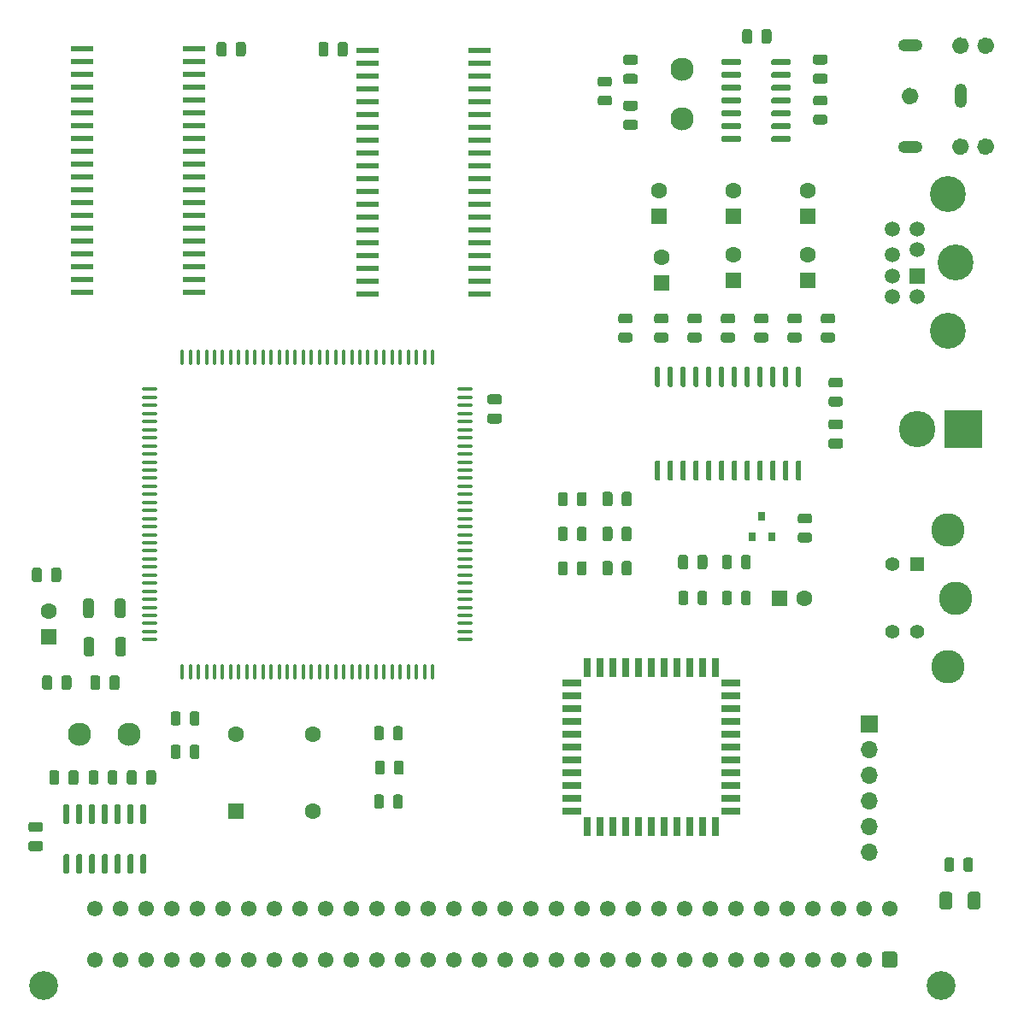
<source format=gts>
G04 #@! TF.GenerationSoftware,KiCad,Pcbnew,(5.1.10)-1*
G04 #@! TF.CreationDate,2021-07-30T10:38:07+01:00*
G04 #@! TF.ProjectId,GfxV9990,47667856-3939-4393-902e-6b696361645f,rev?*
G04 #@! TF.SameCoordinates,Original*
G04 #@! TF.FileFunction,Soldermask,Top*
G04 #@! TF.FilePolarity,Negative*
%FSLAX46Y46*%
G04 Gerber Fmt 4.6, Leading zero omitted, Abs format (unit mm)*
G04 Created by KiCad (PCBNEW (5.1.10)-1) date 2021-07-30 10:38:07*
%MOMM*%
%LPD*%
G01*
G04 APERTURE LIST*
%ADD10C,0.854000*%
%ADD11R,1.925000X0.700000*%
%ADD12R,0.700000X1.925000*%
%ADD13R,0.800000X0.900000*%
%ADD14C,3.555000*%
%ADD15C,1.509000*%
%ADD16R,1.509000X1.509000*%
%ADD17C,1.550000*%
%ADD18C,2.850000*%
%ADD19C,2.300000*%
%ADD20C,1.600000*%
%ADD21R,1.600000X1.600000*%
%ADD22R,2.200000X0.500000*%
%ADD23O,0.350000X1.600000*%
%ADD24O,1.600000X0.350000*%
%ADD25C,1.200000*%
%ADD26O,2.416000X1.208000*%
%ADD27O,1.208000X2.416000*%
%ADD28O,1.700000X1.700000*%
%ADD29R,1.700000X1.700000*%
%ADD30C,3.600000*%
%ADD31R,3.765000X3.765000*%
%ADD32C,3.306000*%
%ADD33C,1.398000*%
%ADD34R,1.398000X1.398000*%
G04 APERTURE END LIST*
D10*
X198677000Y-54250000D02*
G75*
G03*
X198677000Y-54250000I-427000J0D01*
G01*
X196177000Y-54250000D02*
G75*
G03*
X196177000Y-54250000I-427000J0D01*
G01*
X198677000Y-64250000D02*
G75*
G03*
X198677000Y-64250000I-427000J0D01*
G01*
X196177000Y-64250000D02*
G75*
G03*
X196177000Y-64250000I-427000J0D01*
G01*
X191177000Y-59250000D02*
G75*
G03*
X191177000Y-59250000I-427000J0D01*
G01*
G36*
G01*
X182913000Y-93160000D02*
X183863000Y-93160000D01*
G75*
G02*
X184113000Y-93410000I0J-250000D01*
G01*
X184113000Y-93910000D01*
G75*
G02*
X183863000Y-94160000I-250000J0D01*
G01*
X182913000Y-94160000D01*
G75*
G02*
X182663000Y-93910000I0J250000D01*
G01*
X182663000Y-93410000D01*
G75*
G02*
X182913000Y-93160000I250000J0D01*
G01*
G37*
G36*
G01*
X182913000Y-91260000D02*
X183863000Y-91260000D01*
G75*
G02*
X184113000Y-91510000I0J-250000D01*
G01*
X184113000Y-92010000D01*
G75*
G02*
X183863000Y-92260000I-250000J0D01*
G01*
X182913000Y-92260000D01*
G75*
G02*
X182663000Y-92010000I0J250000D01*
G01*
X182663000Y-91510000D01*
G75*
G02*
X182913000Y-91260000I250000J0D01*
G01*
G37*
G36*
G01*
X174014000Y-63350000D02*
X174014000Y-63650000D01*
G75*
G02*
X173864000Y-63800000I-150000J0D01*
G01*
X172214000Y-63800000D01*
G75*
G02*
X172064000Y-63650000I0J150000D01*
G01*
X172064000Y-63350000D01*
G75*
G02*
X172214000Y-63200000I150000J0D01*
G01*
X173864000Y-63200000D01*
G75*
G02*
X174014000Y-63350000I0J-150000D01*
G01*
G37*
G36*
G01*
X174014000Y-62080000D02*
X174014000Y-62380000D01*
G75*
G02*
X173864000Y-62530000I-150000J0D01*
G01*
X172214000Y-62530000D01*
G75*
G02*
X172064000Y-62380000I0J150000D01*
G01*
X172064000Y-62080000D01*
G75*
G02*
X172214000Y-61930000I150000J0D01*
G01*
X173864000Y-61930000D01*
G75*
G02*
X174014000Y-62080000I0J-150000D01*
G01*
G37*
G36*
G01*
X174014000Y-60810000D02*
X174014000Y-61110000D01*
G75*
G02*
X173864000Y-61260000I-150000J0D01*
G01*
X172214000Y-61260000D01*
G75*
G02*
X172064000Y-61110000I0J150000D01*
G01*
X172064000Y-60810000D01*
G75*
G02*
X172214000Y-60660000I150000J0D01*
G01*
X173864000Y-60660000D01*
G75*
G02*
X174014000Y-60810000I0J-150000D01*
G01*
G37*
G36*
G01*
X174014000Y-59540000D02*
X174014000Y-59840000D01*
G75*
G02*
X173864000Y-59990000I-150000J0D01*
G01*
X172214000Y-59990000D01*
G75*
G02*
X172064000Y-59840000I0J150000D01*
G01*
X172064000Y-59540000D01*
G75*
G02*
X172214000Y-59390000I150000J0D01*
G01*
X173864000Y-59390000D01*
G75*
G02*
X174014000Y-59540000I0J-150000D01*
G01*
G37*
G36*
G01*
X174014000Y-58270000D02*
X174014000Y-58570000D01*
G75*
G02*
X173864000Y-58720000I-150000J0D01*
G01*
X172214000Y-58720000D01*
G75*
G02*
X172064000Y-58570000I0J150000D01*
G01*
X172064000Y-58270000D01*
G75*
G02*
X172214000Y-58120000I150000J0D01*
G01*
X173864000Y-58120000D01*
G75*
G02*
X174014000Y-58270000I0J-150000D01*
G01*
G37*
G36*
G01*
X174014000Y-57000000D02*
X174014000Y-57300000D01*
G75*
G02*
X173864000Y-57450000I-150000J0D01*
G01*
X172214000Y-57450000D01*
G75*
G02*
X172064000Y-57300000I0J150000D01*
G01*
X172064000Y-57000000D01*
G75*
G02*
X172214000Y-56850000I150000J0D01*
G01*
X173864000Y-56850000D01*
G75*
G02*
X174014000Y-57000000I0J-150000D01*
G01*
G37*
G36*
G01*
X174014000Y-55730000D02*
X174014000Y-56030000D01*
G75*
G02*
X173864000Y-56180000I-150000J0D01*
G01*
X172214000Y-56180000D01*
G75*
G02*
X172064000Y-56030000I0J150000D01*
G01*
X172064000Y-55730000D01*
G75*
G02*
X172214000Y-55580000I150000J0D01*
G01*
X173864000Y-55580000D01*
G75*
G02*
X174014000Y-55730000I0J-150000D01*
G01*
G37*
G36*
G01*
X178964000Y-55730000D02*
X178964000Y-56030000D01*
G75*
G02*
X178814000Y-56180000I-150000J0D01*
G01*
X177164000Y-56180000D01*
G75*
G02*
X177014000Y-56030000I0J150000D01*
G01*
X177014000Y-55730000D01*
G75*
G02*
X177164000Y-55580000I150000J0D01*
G01*
X178814000Y-55580000D01*
G75*
G02*
X178964000Y-55730000I0J-150000D01*
G01*
G37*
G36*
G01*
X178964000Y-57000000D02*
X178964000Y-57300000D01*
G75*
G02*
X178814000Y-57450000I-150000J0D01*
G01*
X177164000Y-57450000D01*
G75*
G02*
X177014000Y-57300000I0J150000D01*
G01*
X177014000Y-57000000D01*
G75*
G02*
X177164000Y-56850000I150000J0D01*
G01*
X178814000Y-56850000D01*
G75*
G02*
X178964000Y-57000000I0J-150000D01*
G01*
G37*
G36*
G01*
X178964000Y-58270000D02*
X178964000Y-58570000D01*
G75*
G02*
X178814000Y-58720000I-150000J0D01*
G01*
X177164000Y-58720000D01*
G75*
G02*
X177014000Y-58570000I0J150000D01*
G01*
X177014000Y-58270000D01*
G75*
G02*
X177164000Y-58120000I150000J0D01*
G01*
X178814000Y-58120000D01*
G75*
G02*
X178964000Y-58270000I0J-150000D01*
G01*
G37*
G36*
G01*
X178964000Y-59540000D02*
X178964000Y-59840000D01*
G75*
G02*
X178814000Y-59990000I-150000J0D01*
G01*
X177164000Y-59990000D01*
G75*
G02*
X177014000Y-59840000I0J150000D01*
G01*
X177014000Y-59540000D01*
G75*
G02*
X177164000Y-59390000I150000J0D01*
G01*
X178814000Y-59390000D01*
G75*
G02*
X178964000Y-59540000I0J-150000D01*
G01*
G37*
G36*
G01*
X178964000Y-60810000D02*
X178964000Y-61110000D01*
G75*
G02*
X178814000Y-61260000I-150000J0D01*
G01*
X177164000Y-61260000D01*
G75*
G02*
X177014000Y-61110000I0J150000D01*
G01*
X177014000Y-60810000D01*
G75*
G02*
X177164000Y-60660000I150000J0D01*
G01*
X178814000Y-60660000D01*
G75*
G02*
X178964000Y-60810000I0J-150000D01*
G01*
G37*
G36*
G01*
X178964000Y-62080000D02*
X178964000Y-62380000D01*
G75*
G02*
X178814000Y-62530000I-150000J0D01*
G01*
X177164000Y-62530000D01*
G75*
G02*
X177014000Y-62380000I0J150000D01*
G01*
X177014000Y-62080000D01*
G75*
G02*
X177164000Y-61930000I150000J0D01*
G01*
X178814000Y-61930000D01*
G75*
G02*
X178964000Y-62080000I0J-150000D01*
G01*
G37*
G36*
G01*
X178964000Y-63350000D02*
X178964000Y-63650000D01*
G75*
G02*
X178814000Y-63800000I-150000J0D01*
G01*
X177164000Y-63800000D01*
G75*
G02*
X177014000Y-63650000I0J150000D01*
G01*
X177014000Y-63350000D01*
G75*
G02*
X177164000Y-63200000I150000J0D01*
G01*
X178814000Y-63200000D01*
G75*
G02*
X178964000Y-63350000I0J-150000D01*
G01*
G37*
D11*
X157237500Y-130048000D03*
X157237500Y-128778000D03*
X157237500Y-127508000D03*
X157237500Y-126238000D03*
X157237500Y-124968000D03*
X157237500Y-123698000D03*
X157237500Y-122428000D03*
X157237500Y-121158000D03*
X157237500Y-119888000D03*
X157237500Y-118618000D03*
X157237500Y-117348000D03*
D12*
X158750000Y-115835500D03*
X160020000Y-115835500D03*
X161290000Y-115835500D03*
X162560000Y-115835500D03*
X163830000Y-115835500D03*
X165100000Y-115835500D03*
X166370000Y-115835500D03*
X167640000Y-115835500D03*
X168910000Y-115835500D03*
X170180000Y-115835500D03*
X171450000Y-115835500D03*
D11*
X172962500Y-117348000D03*
X172962500Y-118618000D03*
X172962500Y-119888000D03*
X172962500Y-121158000D03*
X172962500Y-122428000D03*
X172962500Y-123698000D03*
X172962500Y-124968000D03*
X172962500Y-126238000D03*
X172962500Y-127508000D03*
X172962500Y-128778000D03*
X172962500Y-130048000D03*
D12*
X158750000Y-131560500D03*
X160020000Y-131560500D03*
X161290000Y-131560500D03*
X162560000Y-131560500D03*
X163830000Y-131560500D03*
X171450000Y-131560500D03*
X170180000Y-131560500D03*
X168910000Y-131560500D03*
X167640000Y-131560500D03*
X166370000Y-131560500D03*
X165100000Y-131560500D03*
G36*
G01*
X114658000Y-134342000D02*
X114958000Y-134342000D01*
G75*
G02*
X115108000Y-134492000I0J-150000D01*
G01*
X115108000Y-136142000D01*
G75*
G02*
X114958000Y-136292000I-150000J0D01*
G01*
X114658000Y-136292000D01*
G75*
G02*
X114508000Y-136142000I0J150000D01*
G01*
X114508000Y-134492000D01*
G75*
G02*
X114658000Y-134342000I150000J0D01*
G01*
G37*
G36*
G01*
X113388000Y-134342000D02*
X113688000Y-134342000D01*
G75*
G02*
X113838000Y-134492000I0J-150000D01*
G01*
X113838000Y-136142000D01*
G75*
G02*
X113688000Y-136292000I-150000J0D01*
G01*
X113388000Y-136292000D01*
G75*
G02*
X113238000Y-136142000I0J150000D01*
G01*
X113238000Y-134492000D01*
G75*
G02*
X113388000Y-134342000I150000J0D01*
G01*
G37*
G36*
G01*
X112118000Y-134342000D02*
X112418000Y-134342000D01*
G75*
G02*
X112568000Y-134492000I0J-150000D01*
G01*
X112568000Y-136142000D01*
G75*
G02*
X112418000Y-136292000I-150000J0D01*
G01*
X112118000Y-136292000D01*
G75*
G02*
X111968000Y-136142000I0J150000D01*
G01*
X111968000Y-134492000D01*
G75*
G02*
X112118000Y-134342000I150000J0D01*
G01*
G37*
G36*
G01*
X110848000Y-134342000D02*
X111148000Y-134342000D01*
G75*
G02*
X111298000Y-134492000I0J-150000D01*
G01*
X111298000Y-136142000D01*
G75*
G02*
X111148000Y-136292000I-150000J0D01*
G01*
X110848000Y-136292000D01*
G75*
G02*
X110698000Y-136142000I0J150000D01*
G01*
X110698000Y-134492000D01*
G75*
G02*
X110848000Y-134342000I150000J0D01*
G01*
G37*
G36*
G01*
X109578000Y-134342000D02*
X109878000Y-134342000D01*
G75*
G02*
X110028000Y-134492000I0J-150000D01*
G01*
X110028000Y-136142000D01*
G75*
G02*
X109878000Y-136292000I-150000J0D01*
G01*
X109578000Y-136292000D01*
G75*
G02*
X109428000Y-136142000I0J150000D01*
G01*
X109428000Y-134492000D01*
G75*
G02*
X109578000Y-134342000I150000J0D01*
G01*
G37*
G36*
G01*
X108308000Y-134342000D02*
X108608000Y-134342000D01*
G75*
G02*
X108758000Y-134492000I0J-150000D01*
G01*
X108758000Y-136142000D01*
G75*
G02*
X108608000Y-136292000I-150000J0D01*
G01*
X108308000Y-136292000D01*
G75*
G02*
X108158000Y-136142000I0J150000D01*
G01*
X108158000Y-134492000D01*
G75*
G02*
X108308000Y-134342000I150000J0D01*
G01*
G37*
G36*
G01*
X107038000Y-134342000D02*
X107338000Y-134342000D01*
G75*
G02*
X107488000Y-134492000I0J-150000D01*
G01*
X107488000Y-136142000D01*
G75*
G02*
X107338000Y-136292000I-150000J0D01*
G01*
X107038000Y-136292000D01*
G75*
G02*
X106888000Y-136142000I0J150000D01*
G01*
X106888000Y-134492000D01*
G75*
G02*
X107038000Y-134342000I150000J0D01*
G01*
G37*
G36*
G01*
X107038000Y-129392000D02*
X107338000Y-129392000D01*
G75*
G02*
X107488000Y-129542000I0J-150000D01*
G01*
X107488000Y-131192000D01*
G75*
G02*
X107338000Y-131342000I-150000J0D01*
G01*
X107038000Y-131342000D01*
G75*
G02*
X106888000Y-131192000I0J150000D01*
G01*
X106888000Y-129542000D01*
G75*
G02*
X107038000Y-129392000I150000J0D01*
G01*
G37*
G36*
G01*
X108308000Y-129392000D02*
X108608000Y-129392000D01*
G75*
G02*
X108758000Y-129542000I0J-150000D01*
G01*
X108758000Y-131192000D01*
G75*
G02*
X108608000Y-131342000I-150000J0D01*
G01*
X108308000Y-131342000D01*
G75*
G02*
X108158000Y-131192000I0J150000D01*
G01*
X108158000Y-129542000D01*
G75*
G02*
X108308000Y-129392000I150000J0D01*
G01*
G37*
G36*
G01*
X109578000Y-129392000D02*
X109878000Y-129392000D01*
G75*
G02*
X110028000Y-129542000I0J-150000D01*
G01*
X110028000Y-131192000D01*
G75*
G02*
X109878000Y-131342000I-150000J0D01*
G01*
X109578000Y-131342000D01*
G75*
G02*
X109428000Y-131192000I0J150000D01*
G01*
X109428000Y-129542000D01*
G75*
G02*
X109578000Y-129392000I150000J0D01*
G01*
G37*
G36*
G01*
X110848000Y-129392000D02*
X111148000Y-129392000D01*
G75*
G02*
X111298000Y-129542000I0J-150000D01*
G01*
X111298000Y-131192000D01*
G75*
G02*
X111148000Y-131342000I-150000J0D01*
G01*
X110848000Y-131342000D01*
G75*
G02*
X110698000Y-131192000I0J150000D01*
G01*
X110698000Y-129542000D01*
G75*
G02*
X110848000Y-129392000I150000J0D01*
G01*
G37*
G36*
G01*
X112118000Y-129392000D02*
X112418000Y-129392000D01*
G75*
G02*
X112568000Y-129542000I0J-150000D01*
G01*
X112568000Y-131192000D01*
G75*
G02*
X112418000Y-131342000I-150000J0D01*
G01*
X112118000Y-131342000D01*
G75*
G02*
X111968000Y-131192000I0J150000D01*
G01*
X111968000Y-129542000D01*
G75*
G02*
X112118000Y-129392000I150000J0D01*
G01*
G37*
G36*
G01*
X113388000Y-129392000D02*
X113688000Y-129392000D01*
G75*
G02*
X113838000Y-129542000I0J-150000D01*
G01*
X113838000Y-131192000D01*
G75*
G02*
X113688000Y-131342000I-150000J0D01*
G01*
X113388000Y-131342000D01*
G75*
G02*
X113238000Y-131192000I0J150000D01*
G01*
X113238000Y-129542000D01*
G75*
G02*
X113388000Y-129392000I150000J0D01*
G01*
G37*
G36*
G01*
X114658000Y-129392000D02*
X114958000Y-129392000D01*
G75*
G02*
X115108000Y-129542000I0J-150000D01*
G01*
X115108000Y-131192000D01*
G75*
G02*
X114958000Y-131342000I-150000J0D01*
G01*
X114658000Y-131342000D01*
G75*
G02*
X114508000Y-131192000I0J150000D01*
G01*
X114508000Y-129542000D01*
G75*
G02*
X114658000Y-129392000I150000J0D01*
G01*
G37*
G36*
G01*
X119400500Y-121360250D02*
X119400500Y-120447750D01*
G75*
G02*
X119644250Y-120204000I243750J0D01*
G01*
X120131750Y-120204000D01*
G75*
G02*
X120375500Y-120447750I0J-243750D01*
G01*
X120375500Y-121360250D01*
G75*
G02*
X120131750Y-121604000I-243750J0D01*
G01*
X119644250Y-121604000D01*
G75*
G02*
X119400500Y-121360250I0J243750D01*
G01*
G37*
G36*
G01*
X117525500Y-121360250D02*
X117525500Y-120447750D01*
G75*
G02*
X117769250Y-120204000I243750J0D01*
G01*
X118256750Y-120204000D01*
G75*
G02*
X118500500Y-120447750I0J-243750D01*
G01*
X118500500Y-121360250D01*
G75*
G02*
X118256750Y-121604000I-243750J0D01*
G01*
X117769250Y-121604000D01*
G75*
G02*
X117525500Y-121360250I0J243750D01*
G01*
G37*
G36*
G01*
X119400500Y-124662250D02*
X119400500Y-123749750D01*
G75*
G02*
X119644250Y-123506000I243750J0D01*
G01*
X120131750Y-123506000D01*
G75*
G02*
X120375500Y-123749750I0J-243750D01*
G01*
X120375500Y-124662250D01*
G75*
G02*
X120131750Y-124906000I-243750J0D01*
G01*
X119644250Y-124906000D01*
G75*
G02*
X119400500Y-124662250I0J243750D01*
G01*
G37*
G36*
G01*
X117525500Y-124662250D02*
X117525500Y-123749750D01*
G75*
G02*
X117769250Y-123506000I243750J0D01*
G01*
X118256750Y-123506000D01*
G75*
G02*
X118500500Y-123749750I0J-243750D01*
G01*
X118500500Y-124662250D01*
G75*
G02*
X118256750Y-124906000I-243750J0D01*
G01*
X117769250Y-124906000D01*
G75*
G02*
X117525500Y-124662250I0J243750D01*
G01*
G37*
G36*
G01*
X139537500Y-122806250D02*
X139537500Y-121893750D01*
G75*
G02*
X139781250Y-121650000I243750J0D01*
G01*
X140268750Y-121650000D01*
G75*
G02*
X140512500Y-121893750I0J-243750D01*
G01*
X140512500Y-122806250D01*
G75*
G02*
X140268750Y-123050000I-243750J0D01*
G01*
X139781250Y-123050000D01*
G75*
G02*
X139537500Y-122806250I0J243750D01*
G01*
G37*
G36*
G01*
X137662500Y-122806250D02*
X137662500Y-121893750D01*
G75*
G02*
X137906250Y-121650000I243750J0D01*
G01*
X138393750Y-121650000D01*
G75*
G02*
X138637500Y-121893750I0J-243750D01*
G01*
X138637500Y-122806250D01*
G75*
G02*
X138393750Y-123050000I-243750J0D01*
G01*
X137906250Y-123050000D01*
G75*
G02*
X137662500Y-122806250I0J243750D01*
G01*
G37*
G36*
G01*
X139637500Y-126231250D02*
X139637500Y-125318750D01*
G75*
G02*
X139881250Y-125075000I243750J0D01*
G01*
X140368750Y-125075000D01*
G75*
G02*
X140612500Y-125318750I0J-243750D01*
G01*
X140612500Y-126231250D01*
G75*
G02*
X140368750Y-126475000I-243750J0D01*
G01*
X139881250Y-126475000D01*
G75*
G02*
X139637500Y-126231250I0J243750D01*
G01*
G37*
G36*
G01*
X137762500Y-126231250D02*
X137762500Y-125318750D01*
G75*
G02*
X138006250Y-125075000I243750J0D01*
G01*
X138493750Y-125075000D01*
G75*
G02*
X138737500Y-125318750I0J-243750D01*
G01*
X138737500Y-126231250D01*
G75*
G02*
X138493750Y-126475000I-243750J0D01*
G01*
X138006250Y-126475000D01*
G75*
G02*
X137762500Y-126231250I0J243750D01*
G01*
G37*
G36*
G01*
X139537500Y-129581250D02*
X139537500Y-128668750D01*
G75*
G02*
X139781250Y-128425000I243750J0D01*
G01*
X140268750Y-128425000D01*
G75*
G02*
X140512500Y-128668750I0J-243750D01*
G01*
X140512500Y-129581250D01*
G75*
G02*
X140268750Y-129825000I-243750J0D01*
G01*
X139781250Y-129825000D01*
G75*
G02*
X139537500Y-129581250I0J243750D01*
G01*
G37*
G36*
G01*
X137662500Y-129581250D02*
X137662500Y-128668750D01*
G75*
G02*
X137906250Y-128425000I243750J0D01*
G01*
X138393750Y-128425000D01*
G75*
G02*
X138637500Y-128668750I0J-243750D01*
G01*
X138637500Y-129581250D01*
G75*
G02*
X138393750Y-129825000I-243750J0D01*
G01*
X137906250Y-129825000D01*
G75*
G02*
X137662500Y-129581250I0J243750D01*
G01*
G37*
G36*
G01*
X110372500Y-126289750D02*
X110372500Y-127202250D01*
G75*
G02*
X110128750Y-127446000I-243750J0D01*
G01*
X109641250Y-127446000D01*
G75*
G02*
X109397500Y-127202250I0J243750D01*
G01*
X109397500Y-126289750D01*
G75*
G02*
X109641250Y-126046000I243750J0D01*
G01*
X110128750Y-126046000D01*
G75*
G02*
X110372500Y-126289750I0J-243750D01*
G01*
G37*
G36*
G01*
X112247500Y-126289750D02*
X112247500Y-127202250D01*
G75*
G02*
X112003750Y-127446000I-243750J0D01*
G01*
X111516250Y-127446000D01*
G75*
G02*
X111272500Y-127202250I0J243750D01*
G01*
X111272500Y-126289750D01*
G75*
G02*
X111516250Y-126046000I243750J0D01*
G01*
X112003750Y-126046000D01*
G75*
G02*
X112247500Y-126289750I0J-243750D01*
G01*
G37*
G36*
G01*
X179883750Y-102479500D02*
X180796250Y-102479500D01*
G75*
G02*
X181040000Y-102723250I0J-243750D01*
G01*
X181040000Y-103210750D01*
G75*
G02*
X180796250Y-103454500I-243750J0D01*
G01*
X179883750Y-103454500D01*
G75*
G02*
X179640000Y-103210750I0J243750D01*
G01*
X179640000Y-102723250D01*
G75*
G02*
X179883750Y-102479500I243750J0D01*
G01*
G37*
G36*
G01*
X179883750Y-100604500D02*
X180796250Y-100604500D01*
G75*
G02*
X181040000Y-100848250I0J-243750D01*
G01*
X181040000Y-101335750D01*
G75*
G02*
X180796250Y-101579500I-243750J0D01*
G01*
X179883750Y-101579500D01*
G75*
G02*
X179640000Y-101335750I0J243750D01*
G01*
X179640000Y-100848250D01*
G75*
G02*
X179883750Y-100604500I243750J0D01*
G01*
G37*
G36*
G01*
X173110500Y-108509750D02*
X173110500Y-109422250D01*
G75*
G02*
X172866750Y-109666000I-243750J0D01*
G01*
X172379250Y-109666000D01*
G75*
G02*
X172135500Y-109422250I0J243750D01*
G01*
X172135500Y-108509750D01*
G75*
G02*
X172379250Y-108266000I243750J0D01*
G01*
X172866750Y-108266000D01*
G75*
G02*
X173110500Y-108509750I0J-243750D01*
G01*
G37*
G36*
G01*
X174985500Y-108509750D02*
X174985500Y-109422250D01*
G75*
G02*
X174741750Y-109666000I-243750J0D01*
G01*
X174254250Y-109666000D01*
G75*
G02*
X174010500Y-109422250I0J243750D01*
G01*
X174010500Y-108509750D01*
G75*
G02*
X174254250Y-108266000I243750J0D01*
G01*
X174741750Y-108266000D01*
G75*
G02*
X174985500Y-108509750I0J-243750D01*
G01*
G37*
G36*
G01*
X173110500Y-104953750D02*
X173110500Y-105866250D01*
G75*
G02*
X172866750Y-106110000I-243750J0D01*
G01*
X172379250Y-106110000D01*
G75*
G02*
X172135500Y-105866250I0J243750D01*
G01*
X172135500Y-104953750D01*
G75*
G02*
X172379250Y-104710000I243750J0D01*
G01*
X172866750Y-104710000D01*
G75*
G02*
X173110500Y-104953750I0J-243750D01*
G01*
G37*
G36*
G01*
X174985500Y-104953750D02*
X174985500Y-105866250D01*
G75*
G02*
X174741750Y-106110000I-243750J0D01*
G01*
X174254250Y-106110000D01*
G75*
G02*
X174010500Y-105866250I0J243750D01*
G01*
X174010500Y-104953750D01*
G75*
G02*
X174254250Y-104710000I243750J0D01*
G01*
X174741750Y-104710000D01*
G75*
G02*
X174985500Y-104953750I0J-243750D01*
G01*
G37*
G36*
G01*
X175565750Y-82667500D02*
X176478250Y-82667500D01*
G75*
G02*
X176722000Y-82911250I0J-243750D01*
G01*
X176722000Y-83398750D01*
G75*
G02*
X176478250Y-83642500I-243750J0D01*
G01*
X175565750Y-83642500D01*
G75*
G02*
X175322000Y-83398750I0J243750D01*
G01*
X175322000Y-82911250D01*
G75*
G02*
X175565750Y-82667500I243750J0D01*
G01*
G37*
G36*
G01*
X175565750Y-80792500D02*
X176478250Y-80792500D01*
G75*
G02*
X176722000Y-81036250I0J-243750D01*
G01*
X176722000Y-81523750D01*
G75*
G02*
X176478250Y-81767500I-243750J0D01*
G01*
X175565750Y-81767500D01*
G75*
G02*
X175322000Y-81523750I0J243750D01*
G01*
X175322000Y-81036250D01*
G75*
G02*
X175565750Y-80792500I243750J0D01*
G01*
G37*
G36*
G01*
X182169750Y-82667500D02*
X183082250Y-82667500D01*
G75*
G02*
X183326000Y-82911250I0J-243750D01*
G01*
X183326000Y-83398750D01*
G75*
G02*
X183082250Y-83642500I-243750J0D01*
G01*
X182169750Y-83642500D01*
G75*
G02*
X181926000Y-83398750I0J243750D01*
G01*
X181926000Y-82911250D01*
G75*
G02*
X182169750Y-82667500I243750J0D01*
G01*
G37*
G36*
G01*
X182169750Y-80792500D02*
X183082250Y-80792500D01*
G75*
G02*
X183326000Y-81036250I0J-243750D01*
G01*
X183326000Y-81523750D01*
G75*
G02*
X183082250Y-81767500I-243750J0D01*
G01*
X182169750Y-81767500D01*
G75*
G02*
X181926000Y-81523750I0J243750D01*
G01*
X181926000Y-81036250D01*
G75*
G02*
X182169750Y-80792500I243750J0D01*
G01*
G37*
G36*
G01*
X178867750Y-82667500D02*
X179780250Y-82667500D01*
G75*
G02*
X180024000Y-82911250I0J-243750D01*
G01*
X180024000Y-83398750D01*
G75*
G02*
X179780250Y-83642500I-243750J0D01*
G01*
X178867750Y-83642500D01*
G75*
G02*
X178624000Y-83398750I0J243750D01*
G01*
X178624000Y-82911250D01*
G75*
G02*
X178867750Y-82667500I243750J0D01*
G01*
G37*
G36*
G01*
X178867750Y-80792500D02*
X179780250Y-80792500D01*
G75*
G02*
X180024000Y-81036250I0J-243750D01*
G01*
X180024000Y-81523750D01*
G75*
G02*
X179780250Y-81767500I-243750J0D01*
G01*
X178867750Y-81767500D01*
G75*
G02*
X178624000Y-81523750I0J243750D01*
G01*
X178624000Y-81036250D01*
G75*
G02*
X178867750Y-80792500I243750J0D01*
G01*
G37*
G36*
G01*
X172263750Y-82667500D02*
X173176250Y-82667500D01*
G75*
G02*
X173420000Y-82911250I0J-243750D01*
G01*
X173420000Y-83398750D01*
G75*
G02*
X173176250Y-83642500I-243750J0D01*
G01*
X172263750Y-83642500D01*
G75*
G02*
X172020000Y-83398750I0J243750D01*
G01*
X172020000Y-82911250D01*
G75*
G02*
X172263750Y-82667500I243750J0D01*
G01*
G37*
G36*
G01*
X172263750Y-80792500D02*
X173176250Y-80792500D01*
G75*
G02*
X173420000Y-81036250I0J-243750D01*
G01*
X173420000Y-81523750D01*
G75*
G02*
X173176250Y-81767500I-243750J0D01*
G01*
X172263750Y-81767500D01*
G75*
G02*
X172020000Y-81523750I0J243750D01*
G01*
X172020000Y-81036250D01*
G75*
G02*
X172263750Y-80792500I243750J0D01*
G01*
G37*
G36*
G01*
X168961750Y-82667500D02*
X169874250Y-82667500D01*
G75*
G02*
X170118000Y-82911250I0J-243750D01*
G01*
X170118000Y-83398750D01*
G75*
G02*
X169874250Y-83642500I-243750J0D01*
G01*
X168961750Y-83642500D01*
G75*
G02*
X168718000Y-83398750I0J243750D01*
G01*
X168718000Y-82911250D01*
G75*
G02*
X168961750Y-82667500I243750J0D01*
G01*
G37*
G36*
G01*
X168961750Y-80792500D02*
X169874250Y-80792500D01*
G75*
G02*
X170118000Y-81036250I0J-243750D01*
G01*
X170118000Y-81523750D01*
G75*
G02*
X169874250Y-81767500I-243750J0D01*
G01*
X168961750Y-81767500D01*
G75*
G02*
X168718000Y-81523750I0J243750D01*
G01*
X168718000Y-81036250D01*
G75*
G02*
X168961750Y-80792500I243750J0D01*
G01*
G37*
G36*
G01*
X165659750Y-82667500D02*
X166572250Y-82667500D01*
G75*
G02*
X166816000Y-82911250I0J-243750D01*
G01*
X166816000Y-83398750D01*
G75*
G02*
X166572250Y-83642500I-243750J0D01*
G01*
X165659750Y-83642500D01*
G75*
G02*
X165416000Y-83398750I0J243750D01*
G01*
X165416000Y-82911250D01*
G75*
G02*
X165659750Y-82667500I243750J0D01*
G01*
G37*
G36*
G01*
X165659750Y-80792500D02*
X166572250Y-80792500D01*
G75*
G02*
X166816000Y-81036250I0J-243750D01*
G01*
X166816000Y-81523750D01*
G75*
G02*
X166572250Y-81767500I-243750J0D01*
G01*
X165659750Y-81767500D01*
G75*
G02*
X165416000Y-81523750I0J243750D01*
G01*
X165416000Y-81036250D01*
G75*
G02*
X165659750Y-80792500I243750J0D01*
G01*
G37*
G36*
G01*
X162103750Y-82667500D02*
X163016250Y-82667500D01*
G75*
G02*
X163260000Y-82911250I0J-243750D01*
G01*
X163260000Y-83398750D01*
G75*
G02*
X163016250Y-83642500I-243750J0D01*
G01*
X162103750Y-83642500D01*
G75*
G02*
X161860000Y-83398750I0J243750D01*
G01*
X161860000Y-82911250D01*
G75*
G02*
X162103750Y-82667500I243750J0D01*
G01*
G37*
G36*
G01*
X162103750Y-80792500D02*
X163016250Y-80792500D01*
G75*
G02*
X163260000Y-81036250I0J-243750D01*
G01*
X163260000Y-81523750D01*
G75*
G02*
X163016250Y-81767500I-243750J0D01*
G01*
X162103750Y-81767500D01*
G75*
G02*
X161860000Y-81523750I0J243750D01*
G01*
X161860000Y-81036250D01*
G75*
G02*
X162103750Y-80792500I243750J0D01*
G01*
G37*
G36*
G01*
X182931750Y-89017500D02*
X183844250Y-89017500D01*
G75*
G02*
X184088000Y-89261250I0J-243750D01*
G01*
X184088000Y-89748750D01*
G75*
G02*
X183844250Y-89992500I-243750J0D01*
G01*
X182931750Y-89992500D01*
G75*
G02*
X182688000Y-89748750I0J243750D01*
G01*
X182688000Y-89261250D01*
G75*
G02*
X182931750Y-89017500I243750J0D01*
G01*
G37*
G36*
G01*
X182931750Y-87142500D02*
X183844250Y-87142500D01*
G75*
G02*
X184088000Y-87386250I0J-243750D01*
G01*
X184088000Y-87873750D01*
G75*
G02*
X183844250Y-88117500I-243750J0D01*
G01*
X182931750Y-88117500D01*
G75*
G02*
X182688000Y-87873750I0J243750D01*
G01*
X182688000Y-87386250D01*
G75*
G02*
X182931750Y-87142500I243750J0D01*
G01*
G37*
G36*
G01*
X181407750Y-61077500D02*
X182320250Y-61077500D01*
G75*
G02*
X182564000Y-61321250I0J-243750D01*
G01*
X182564000Y-61808750D01*
G75*
G02*
X182320250Y-62052500I-243750J0D01*
G01*
X181407750Y-62052500D01*
G75*
G02*
X181164000Y-61808750I0J243750D01*
G01*
X181164000Y-61321250D01*
G75*
G02*
X181407750Y-61077500I243750J0D01*
G01*
G37*
G36*
G01*
X181407750Y-59202500D02*
X182320250Y-59202500D01*
G75*
G02*
X182564000Y-59446250I0J-243750D01*
G01*
X182564000Y-59933750D01*
G75*
G02*
X182320250Y-60177500I-243750J0D01*
G01*
X181407750Y-60177500D01*
G75*
G02*
X181164000Y-59933750I0J243750D01*
G01*
X181164000Y-59446250D01*
G75*
G02*
X181407750Y-59202500I243750J0D01*
G01*
G37*
G36*
G01*
X168792500Y-108509750D02*
X168792500Y-109422250D01*
G75*
G02*
X168548750Y-109666000I-243750J0D01*
G01*
X168061250Y-109666000D01*
G75*
G02*
X167817500Y-109422250I0J243750D01*
G01*
X167817500Y-108509750D01*
G75*
G02*
X168061250Y-108266000I243750J0D01*
G01*
X168548750Y-108266000D01*
G75*
G02*
X168792500Y-108509750I0J-243750D01*
G01*
G37*
G36*
G01*
X170667500Y-108509750D02*
X170667500Y-109422250D01*
G75*
G02*
X170423750Y-109666000I-243750J0D01*
G01*
X169936250Y-109666000D01*
G75*
G02*
X169692500Y-109422250I0J243750D01*
G01*
X169692500Y-108509750D01*
G75*
G02*
X169936250Y-108266000I243750J0D01*
G01*
X170423750Y-108266000D01*
G75*
G02*
X170667500Y-108509750I0J-243750D01*
G01*
G37*
G36*
G01*
X156852200Y-98705350D02*
X156852200Y-99617850D01*
G75*
G02*
X156608450Y-99861600I-243750J0D01*
G01*
X156120950Y-99861600D01*
G75*
G02*
X155877200Y-99617850I0J243750D01*
G01*
X155877200Y-98705350D01*
G75*
G02*
X156120950Y-98461600I243750J0D01*
G01*
X156608450Y-98461600D01*
G75*
G02*
X156852200Y-98705350I0J-243750D01*
G01*
G37*
G36*
G01*
X158727200Y-98705350D02*
X158727200Y-99617850D01*
G75*
G02*
X158483450Y-99861600I-243750J0D01*
G01*
X157995950Y-99861600D01*
G75*
G02*
X157752200Y-99617850I0J243750D01*
G01*
X157752200Y-98705350D01*
G75*
G02*
X157995950Y-98461600I243750J0D01*
G01*
X158483450Y-98461600D01*
G75*
G02*
X158727200Y-98705350I0J-243750D01*
G01*
G37*
G36*
G01*
X156852200Y-102159750D02*
X156852200Y-103072250D01*
G75*
G02*
X156608450Y-103316000I-243750J0D01*
G01*
X156120950Y-103316000D01*
G75*
G02*
X155877200Y-103072250I0J243750D01*
G01*
X155877200Y-102159750D01*
G75*
G02*
X156120950Y-101916000I243750J0D01*
G01*
X156608450Y-101916000D01*
G75*
G02*
X156852200Y-102159750I0J-243750D01*
G01*
G37*
G36*
G01*
X158727200Y-102159750D02*
X158727200Y-103072250D01*
G75*
G02*
X158483450Y-103316000I-243750J0D01*
G01*
X157995950Y-103316000D01*
G75*
G02*
X157752200Y-103072250I0J243750D01*
G01*
X157752200Y-102159750D01*
G75*
G02*
X157995950Y-101916000I243750J0D01*
G01*
X158483450Y-101916000D01*
G75*
G02*
X158727200Y-102159750I0J-243750D01*
G01*
G37*
G36*
G01*
X160984250Y-58302500D02*
X160071750Y-58302500D01*
G75*
G02*
X159828000Y-58058750I0J243750D01*
G01*
X159828000Y-57571250D01*
G75*
G02*
X160071750Y-57327500I243750J0D01*
G01*
X160984250Y-57327500D01*
G75*
G02*
X161228000Y-57571250I0J-243750D01*
G01*
X161228000Y-58058750D01*
G75*
G02*
X160984250Y-58302500I-243750J0D01*
G01*
G37*
G36*
G01*
X160984250Y-60177500D02*
X160071750Y-60177500D01*
G75*
G02*
X159828000Y-59933750I0J243750D01*
G01*
X159828000Y-59446250D01*
G75*
G02*
X160071750Y-59202500I243750J0D01*
G01*
X160984250Y-59202500D01*
G75*
G02*
X161228000Y-59446250I0J-243750D01*
G01*
X161228000Y-59933750D01*
G75*
G02*
X160984250Y-60177500I-243750J0D01*
G01*
G37*
G36*
G01*
X156854500Y-105563350D02*
X156854500Y-106475850D01*
G75*
G02*
X156610750Y-106719600I-243750J0D01*
G01*
X156123250Y-106719600D01*
G75*
G02*
X155879500Y-106475850I0J243750D01*
G01*
X155879500Y-105563350D01*
G75*
G02*
X156123250Y-105319600I243750J0D01*
G01*
X156610750Y-105319600D01*
G75*
G02*
X156854500Y-105563350I0J-243750D01*
G01*
G37*
G36*
G01*
X158729500Y-105563350D02*
X158729500Y-106475850D01*
G75*
G02*
X158485750Y-106719600I-243750J0D01*
G01*
X157998250Y-106719600D01*
G75*
G02*
X157754500Y-106475850I0J243750D01*
G01*
X157754500Y-105563350D01*
G75*
G02*
X157998250Y-105319600I243750J0D01*
G01*
X158485750Y-105319600D01*
G75*
G02*
X158729500Y-105563350I0J-243750D01*
G01*
G37*
G36*
G01*
X195130000Y-134925750D02*
X195130000Y-135838250D01*
G75*
G02*
X194886250Y-136082000I-243750J0D01*
G01*
X194398750Y-136082000D01*
G75*
G02*
X194155000Y-135838250I0J243750D01*
G01*
X194155000Y-134925750D01*
G75*
G02*
X194398750Y-134682000I243750J0D01*
G01*
X194886250Y-134682000D01*
G75*
G02*
X195130000Y-134925750I0J-243750D01*
G01*
G37*
G36*
G01*
X197005000Y-134925750D02*
X197005000Y-135838250D01*
G75*
G02*
X196761250Y-136082000I-243750J0D01*
G01*
X196273750Y-136082000D01*
G75*
G02*
X196030000Y-135838250I0J243750D01*
G01*
X196030000Y-134925750D01*
G75*
G02*
X196273750Y-134682000I243750J0D01*
G01*
X196761250Y-134682000D01*
G75*
G02*
X197005000Y-134925750I0J-243750D01*
G01*
G37*
D13*
X176088000Y-100870000D03*
X177038000Y-102870000D03*
X175138000Y-102870000D03*
G36*
G01*
X196479000Y-139563000D02*
X196479000Y-138313000D01*
G75*
G02*
X196729000Y-138063000I250000J0D01*
G01*
X197479000Y-138063000D01*
G75*
G02*
X197729000Y-138313000I0J-250000D01*
G01*
X197729000Y-139563000D01*
G75*
G02*
X197479000Y-139813000I-250000J0D01*
G01*
X196729000Y-139813000D01*
G75*
G02*
X196479000Y-139563000I0J250000D01*
G01*
G37*
G36*
G01*
X193679000Y-139563000D02*
X193679000Y-138313000D01*
G75*
G02*
X193929000Y-138063000I250000J0D01*
G01*
X194679000Y-138063000D01*
G75*
G02*
X194929000Y-138313000I0J-250000D01*
G01*
X194929000Y-139563000D01*
G75*
G02*
X194679000Y-139813000I-250000J0D01*
G01*
X193929000Y-139813000D01*
G75*
G02*
X193679000Y-139563000I0J250000D01*
G01*
G37*
G36*
G01*
X106688000Y-117823000D02*
X106688000Y-116873000D01*
G75*
G02*
X106938000Y-116623000I250000J0D01*
G01*
X107438000Y-116623000D01*
G75*
G02*
X107688000Y-116873000I0J-250000D01*
G01*
X107688000Y-117823000D01*
G75*
G02*
X107438000Y-118073000I-250000J0D01*
G01*
X106938000Y-118073000D01*
G75*
G02*
X106688000Y-117823000I0J250000D01*
G01*
G37*
G36*
G01*
X104788000Y-117823000D02*
X104788000Y-116873000D01*
G75*
G02*
X105038000Y-116623000I250000J0D01*
G01*
X105538000Y-116623000D01*
G75*
G02*
X105788000Y-116873000I0J-250000D01*
G01*
X105788000Y-117823000D01*
G75*
G02*
X105538000Y-118073000I-250000J0D01*
G01*
X105038000Y-118073000D01*
G75*
G02*
X104788000Y-117823000I0J250000D01*
G01*
G37*
G36*
G01*
X134054000Y-55085000D02*
X134054000Y-54135000D01*
G75*
G02*
X134304000Y-53885000I250000J0D01*
G01*
X134804000Y-53885000D01*
G75*
G02*
X135054000Y-54135000I0J-250000D01*
G01*
X135054000Y-55085000D01*
G75*
G02*
X134804000Y-55335000I-250000J0D01*
G01*
X134304000Y-55335000D01*
G75*
G02*
X134054000Y-55085000I0J250000D01*
G01*
G37*
G36*
G01*
X132154000Y-55085000D02*
X132154000Y-54135000D01*
G75*
G02*
X132404000Y-53885000I250000J0D01*
G01*
X132904000Y-53885000D01*
G75*
G02*
X133154000Y-54135000I0J-250000D01*
G01*
X133154000Y-55085000D01*
G75*
G02*
X132904000Y-55335000I-250000J0D01*
G01*
X132404000Y-55335000D01*
G75*
G02*
X132154000Y-55085000I0J250000D01*
G01*
G37*
G36*
G01*
X123960000Y-55085000D02*
X123960000Y-54135000D01*
G75*
G02*
X124210000Y-53885000I250000J0D01*
G01*
X124710000Y-53885000D01*
G75*
G02*
X124960000Y-54135000I0J-250000D01*
G01*
X124960000Y-55085000D01*
G75*
G02*
X124710000Y-55335000I-250000J0D01*
G01*
X124210000Y-55335000D01*
G75*
G02*
X123960000Y-55085000I0J250000D01*
G01*
G37*
G36*
G01*
X122060000Y-55085000D02*
X122060000Y-54135000D01*
G75*
G02*
X122310000Y-53885000I250000J0D01*
G01*
X122810000Y-53885000D01*
G75*
G02*
X123060000Y-54135000I0J-250000D01*
G01*
X123060000Y-55085000D01*
G75*
G02*
X122810000Y-55335000I-250000J0D01*
G01*
X122310000Y-55335000D01*
G75*
G02*
X122060000Y-55085000I0J250000D01*
G01*
G37*
G36*
G01*
X149131000Y-90686000D02*
X150081000Y-90686000D01*
G75*
G02*
X150331000Y-90936000I0J-250000D01*
G01*
X150331000Y-91436000D01*
G75*
G02*
X150081000Y-91686000I-250000J0D01*
G01*
X149131000Y-91686000D01*
G75*
G02*
X148881000Y-91436000I0J250000D01*
G01*
X148881000Y-90936000D01*
G75*
G02*
X149131000Y-90686000I250000J0D01*
G01*
G37*
G36*
G01*
X149131000Y-88786000D02*
X150081000Y-88786000D01*
G75*
G02*
X150331000Y-89036000I0J-250000D01*
G01*
X150331000Y-89536000D01*
G75*
G02*
X150081000Y-89786000I-250000J0D01*
G01*
X149131000Y-89786000D01*
G75*
G02*
X148881000Y-89536000I0J250000D01*
G01*
X148881000Y-89036000D01*
G75*
G02*
X149131000Y-88786000I250000J0D01*
G01*
G37*
G36*
G01*
X111448000Y-117823000D02*
X111448000Y-116873000D01*
G75*
G02*
X111698000Y-116623000I250000J0D01*
G01*
X112198000Y-116623000D01*
G75*
G02*
X112448000Y-116873000I0J-250000D01*
G01*
X112448000Y-117823000D01*
G75*
G02*
X112198000Y-118073000I-250000J0D01*
G01*
X111698000Y-118073000D01*
G75*
G02*
X111448000Y-117823000I0J250000D01*
G01*
G37*
G36*
G01*
X109548000Y-117823000D02*
X109548000Y-116873000D01*
G75*
G02*
X109798000Y-116623000I250000J0D01*
G01*
X110298000Y-116623000D01*
G75*
G02*
X110548000Y-116873000I0J-250000D01*
G01*
X110548000Y-117823000D01*
G75*
G02*
X110298000Y-118073000I-250000J0D01*
G01*
X109798000Y-118073000D01*
G75*
G02*
X109548000Y-117823000I0J250000D01*
G01*
G37*
G36*
G01*
X115070000Y-127221000D02*
X115070000Y-126271000D01*
G75*
G02*
X115320000Y-126021000I250000J0D01*
G01*
X115820000Y-126021000D01*
G75*
G02*
X116070000Y-126271000I0J-250000D01*
G01*
X116070000Y-127221000D01*
G75*
G02*
X115820000Y-127471000I-250000J0D01*
G01*
X115320000Y-127471000D01*
G75*
G02*
X115070000Y-127221000I0J250000D01*
G01*
G37*
G36*
G01*
X113170000Y-127221000D02*
X113170000Y-126271000D01*
G75*
G02*
X113420000Y-126021000I250000J0D01*
G01*
X113920000Y-126021000D01*
G75*
G02*
X114170000Y-126271000I0J-250000D01*
G01*
X114170000Y-127221000D01*
G75*
G02*
X113920000Y-127471000I-250000J0D01*
G01*
X113420000Y-127471000D01*
G75*
G02*
X113170000Y-127221000I0J250000D01*
G01*
G37*
G36*
G01*
X106484000Y-126271000D02*
X106484000Y-127221000D01*
G75*
G02*
X106234000Y-127471000I-250000J0D01*
G01*
X105734000Y-127471000D01*
G75*
G02*
X105484000Y-127221000I0J250000D01*
G01*
X105484000Y-126271000D01*
G75*
G02*
X105734000Y-126021000I250000J0D01*
G01*
X106234000Y-126021000D01*
G75*
G02*
X106484000Y-126271000I0J-250000D01*
G01*
G37*
G36*
G01*
X108384000Y-126271000D02*
X108384000Y-127221000D01*
G75*
G02*
X108134000Y-127471000I-250000J0D01*
G01*
X107634000Y-127471000D01*
G75*
G02*
X107384000Y-127221000I0J250000D01*
G01*
X107384000Y-126271000D01*
G75*
G02*
X107634000Y-126021000I250000J0D01*
G01*
X108134000Y-126021000D01*
G75*
G02*
X108384000Y-126271000I0J-250000D01*
G01*
G37*
G36*
G01*
X105672000Y-107155000D02*
X105672000Y-106205000D01*
G75*
G02*
X105922000Y-105955000I250000J0D01*
G01*
X106422000Y-105955000D01*
G75*
G02*
X106672000Y-106205000I0J-250000D01*
G01*
X106672000Y-107155000D01*
G75*
G02*
X106422000Y-107405000I-250000J0D01*
G01*
X105922000Y-107405000D01*
G75*
G02*
X105672000Y-107155000I0J250000D01*
G01*
G37*
G36*
G01*
X103772000Y-107155000D02*
X103772000Y-106205000D01*
G75*
G02*
X104022000Y-105955000I250000J0D01*
G01*
X104522000Y-105955000D01*
G75*
G02*
X104772000Y-106205000I0J-250000D01*
G01*
X104772000Y-107155000D01*
G75*
G02*
X104522000Y-107405000I-250000J0D01*
G01*
X104022000Y-107405000D01*
G75*
G02*
X103772000Y-107155000I0J250000D01*
G01*
G37*
G36*
G01*
X182339000Y-56126000D02*
X181389000Y-56126000D01*
G75*
G02*
X181139000Y-55876000I0J250000D01*
G01*
X181139000Y-55376000D01*
G75*
G02*
X181389000Y-55126000I250000J0D01*
G01*
X182339000Y-55126000D01*
G75*
G02*
X182589000Y-55376000I0J-250000D01*
G01*
X182589000Y-55876000D01*
G75*
G02*
X182339000Y-56126000I-250000J0D01*
G01*
G37*
G36*
G01*
X182339000Y-58026000D02*
X181389000Y-58026000D01*
G75*
G02*
X181139000Y-57776000I0J250000D01*
G01*
X181139000Y-57276000D01*
G75*
G02*
X181389000Y-57026000I250000J0D01*
G01*
X182339000Y-57026000D01*
G75*
G02*
X182589000Y-57276000I0J-250000D01*
G01*
X182589000Y-57776000D01*
G75*
G02*
X182339000Y-58026000I-250000J0D01*
G01*
G37*
G36*
G01*
X169680000Y-105885000D02*
X169680000Y-104935000D01*
G75*
G02*
X169930000Y-104685000I250000J0D01*
G01*
X170430000Y-104685000D01*
G75*
G02*
X170680000Y-104935000I0J-250000D01*
G01*
X170680000Y-105885000D01*
G75*
G02*
X170430000Y-106135000I-250000J0D01*
G01*
X169930000Y-106135000D01*
G75*
G02*
X169680000Y-105885000I0J250000D01*
G01*
G37*
G36*
G01*
X167780000Y-105885000D02*
X167780000Y-104935000D01*
G75*
G02*
X168030000Y-104685000I250000J0D01*
G01*
X168530000Y-104685000D01*
G75*
G02*
X168780000Y-104935000I0J-250000D01*
G01*
X168780000Y-105885000D01*
G75*
G02*
X168530000Y-106135000I-250000J0D01*
G01*
X168030000Y-106135000D01*
G75*
G02*
X167780000Y-105885000I0J250000D01*
G01*
G37*
G36*
G01*
X161282000Y-105544600D02*
X161282000Y-106494600D01*
G75*
G02*
X161032000Y-106744600I-250000J0D01*
G01*
X160532000Y-106744600D01*
G75*
G02*
X160282000Y-106494600I0J250000D01*
G01*
X160282000Y-105544600D01*
G75*
G02*
X160532000Y-105294600I250000J0D01*
G01*
X161032000Y-105294600D01*
G75*
G02*
X161282000Y-105544600I0J-250000D01*
G01*
G37*
G36*
G01*
X163182000Y-105544600D02*
X163182000Y-106494600D01*
G75*
G02*
X162932000Y-106744600I-250000J0D01*
G01*
X162432000Y-106744600D01*
G75*
G02*
X162182000Y-106494600I0J250000D01*
G01*
X162182000Y-105544600D01*
G75*
G02*
X162432000Y-105294600I250000J0D01*
G01*
X162932000Y-105294600D01*
G75*
G02*
X163182000Y-105544600I0J-250000D01*
G01*
G37*
G36*
G01*
X161282000Y-102141000D02*
X161282000Y-103091000D01*
G75*
G02*
X161032000Y-103341000I-250000J0D01*
G01*
X160532000Y-103341000D01*
G75*
G02*
X160282000Y-103091000I0J250000D01*
G01*
X160282000Y-102141000D01*
G75*
G02*
X160532000Y-101891000I250000J0D01*
G01*
X161032000Y-101891000D01*
G75*
G02*
X161282000Y-102141000I0J-250000D01*
G01*
G37*
G36*
G01*
X163182000Y-102141000D02*
X163182000Y-103091000D01*
G75*
G02*
X162932000Y-103341000I-250000J0D01*
G01*
X162432000Y-103341000D01*
G75*
G02*
X162182000Y-103091000I0J250000D01*
G01*
X162182000Y-102141000D01*
G75*
G02*
X162432000Y-101891000I250000J0D01*
G01*
X162932000Y-101891000D01*
G75*
G02*
X163182000Y-102141000I0J-250000D01*
G01*
G37*
G36*
G01*
X161282000Y-98686600D02*
X161282000Y-99636600D01*
G75*
G02*
X161032000Y-99886600I-250000J0D01*
G01*
X160532000Y-99886600D01*
G75*
G02*
X160282000Y-99636600I0J250000D01*
G01*
X160282000Y-98686600D01*
G75*
G02*
X160532000Y-98436600I250000J0D01*
G01*
X161032000Y-98436600D01*
G75*
G02*
X161282000Y-98686600I0J-250000D01*
G01*
G37*
G36*
G01*
X163182000Y-98686600D02*
X163182000Y-99636600D01*
G75*
G02*
X162932000Y-99886600I-250000J0D01*
G01*
X162432000Y-99886600D01*
G75*
G02*
X162182000Y-99636600I0J250000D01*
G01*
X162182000Y-98686600D01*
G75*
G02*
X162432000Y-98436600I250000J0D01*
G01*
X162932000Y-98436600D01*
G75*
G02*
X163182000Y-98686600I0J-250000D01*
G01*
G37*
G36*
G01*
X162593000Y-57052000D02*
X163543000Y-57052000D01*
G75*
G02*
X163793000Y-57302000I0J-250000D01*
G01*
X163793000Y-57802000D01*
G75*
G02*
X163543000Y-58052000I-250000J0D01*
G01*
X162593000Y-58052000D01*
G75*
G02*
X162343000Y-57802000I0J250000D01*
G01*
X162343000Y-57302000D01*
G75*
G02*
X162593000Y-57052000I250000J0D01*
G01*
G37*
G36*
G01*
X162593000Y-55152000D02*
X163543000Y-55152000D01*
G75*
G02*
X163793000Y-55402000I0J-250000D01*
G01*
X163793000Y-55902000D01*
G75*
G02*
X163543000Y-56152000I-250000J0D01*
G01*
X162593000Y-56152000D01*
G75*
G02*
X162343000Y-55902000I0J250000D01*
G01*
X162343000Y-55402000D01*
G75*
G02*
X162593000Y-55152000I250000J0D01*
G01*
G37*
G36*
G01*
X163543000Y-60698000D02*
X162593000Y-60698000D01*
G75*
G02*
X162343000Y-60448000I0J250000D01*
G01*
X162343000Y-59948000D01*
G75*
G02*
X162593000Y-59698000I250000J0D01*
G01*
X163543000Y-59698000D01*
G75*
G02*
X163793000Y-59948000I0J-250000D01*
G01*
X163793000Y-60448000D01*
G75*
G02*
X163543000Y-60698000I-250000J0D01*
G01*
G37*
G36*
G01*
X163543000Y-62598000D02*
X162593000Y-62598000D01*
G75*
G02*
X162343000Y-62348000I0J250000D01*
G01*
X162343000Y-61848000D01*
G75*
G02*
X162593000Y-61598000I250000J0D01*
G01*
X163543000Y-61598000D01*
G75*
G02*
X163793000Y-61848000I0J-250000D01*
G01*
X163793000Y-62348000D01*
G75*
G02*
X163543000Y-62598000I-250000J0D01*
G01*
G37*
G36*
G01*
X176030000Y-53815000D02*
X176030000Y-52865000D01*
G75*
G02*
X176280000Y-52615000I250000J0D01*
G01*
X176780000Y-52615000D01*
G75*
G02*
X177030000Y-52865000I0J-250000D01*
G01*
X177030000Y-53815000D01*
G75*
G02*
X176780000Y-54065000I-250000J0D01*
G01*
X176280000Y-54065000D01*
G75*
G02*
X176030000Y-53815000I0J250000D01*
G01*
G37*
G36*
G01*
X174130000Y-53815000D02*
X174130000Y-52865000D01*
G75*
G02*
X174380000Y-52615000I250000J0D01*
G01*
X174880000Y-52615000D01*
G75*
G02*
X175130000Y-52865000I0J-250000D01*
G01*
X175130000Y-53815000D01*
G75*
G02*
X174880000Y-54065000I-250000J0D01*
G01*
X174380000Y-54065000D01*
G75*
G02*
X174130000Y-53815000I0J250000D01*
G01*
G37*
G36*
G01*
X104615000Y-132138000D02*
X103665000Y-132138000D01*
G75*
G02*
X103415000Y-131888000I0J250000D01*
G01*
X103415000Y-131388000D01*
G75*
G02*
X103665000Y-131138000I250000J0D01*
G01*
X104615000Y-131138000D01*
G75*
G02*
X104865000Y-131388000I0J-250000D01*
G01*
X104865000Y-131888000D01*
G75*
G02*
X104615000Y-132138000I-250000J0D01*
G01*
G37*
G36*
G01*
X104615000Y-134038000D02*
X103665000Y-134038000D01*
G75*
G02*
X103415000Y-133788000I0J250000D01*
G01*
X103415000Y-133288000D01*
G75*
G02*
X103665000Y-133038000I250000J0D01*
G01*
X104615000Y-133038000D01*
G75*
G02*
X104865000Y-133288000I0J-250000D01*
G01*
X104865000Y-133788000D01*
G75*
G02*
X104615000Y-134038000I-250000J0D01*
G01*
G37*
G36*
G01*
X165872500Y-88044000D02*
X165597500Y-88044000D01*
G75*
G02*
X165460000Y-87906500I0J137500D01*
G01*
X165460000Y-86181500D01*
G75*
G02*
X165597500Y-86044000I137500J0D01*
G01*
X165872500Y-86044000D01*
G75*
G02*
X166010000Y-86181500I0J-137500D01*
G01*
X166010000Y-87906500D01*
G75*
G02*
X165872500Y-88044000I-137500J0D01*
G01*
G37*
G36*
G01*
X167142500Y-88044000D02*
X166867500Y-88044000D01*
G75*
G02*
X166730000Y-87906500I0J137500D01*
G01*
X166730000Y-86181500D01*
G75*
G02*
X166867500Y-86044000I137500J0D01*
G01*
X167142500Y-86044000D01*
G75*
G02*
X167280000Y-86181500I0J-137500D01*
G01*
X167280000Y-87906500D01*
G75*
G02*
X167142500Y-88044000I-137500J0D01*
G01*
G37*
G36*
G01*
X168412500Y-88044000D02*
X168137500Y-88044000D01*
G75*
G02*
X168000000Y-87906500I0J137500D01*
G01*
X168000000Y-86181500D01*
G75*
G02*
X168137500Y-86044000I137500J0D01*
G01*
X168412500Y-86044000D01*
G75*
G02*
X168550000Y-86181500I0J-137500D01*
G01*
X168550000Y-87906500D01*
G75*
G02*
X168412500Y-88044000I-137500J0D01*
G01*
G37*
G36*
G01*
X169682500Y-88044000D02*
X169407500Y-88044000D01*
G75*
G02*
X169270000Y-87906500I0J137500D01*
G01*
X169270000Y-86181500D01*
G75*
G02*
X169407500Y-86044000I137500J0D01*
G01*
X169682500Y-86044000D01*
G75*
G02*
X169820000Y-86181500I0J-137500D01*
G01*
X169820000Y-87906500D01*
G75*
G02*
X169682500Y-88044000I-137500J0D01*
G01*
G37*
G36*
G01*
X170952500Y-88044000D02*
X170677500Y-88044000D01*
G75*
G02*
X170540000Y-87906500I0J137500D01*
G01*
X170540000Y-86181500D01*
G75*
G02*
X170677500Y-86044000I137500J0D01*
G01*
X170952500Y-86044000D01*
G75*
G02*
X171090000Y-86181500I0J-137500D01*
G01*
X171090000Y-87906500D01*
G75*
G02*
X170952500Y-88044000I-137500J0D01*
G01*
G37*
G36*
G01*
X172222500Y-88044000D02*
X171947500Y-88044000D01*
G75*
G02*
X171810000Y-87906500I0J137500D01*
G01*
X171810000Y-86181500D01*
G75*
G02*
X171947500Y-86044000I137500J0D01*
G01*
X172222500Y-86044000D01*
G75*
G02*
X172360000Y-86181500I0J-137500D01*
G01*
X172360000Y-87906500D01*
G75*
G02*
X172222500Y-88044000I-137500J0D01*
G01*
G37*
G36*
G01*
X173492500Y-88044000D02*
X173217500Y-88044000D01*
G75*
G02*
X173080000Y-87906500I0J137500D01*
G01*
X173080000Y-86181500D01*
G75*
G02*
X173217500Y-86044000I137500J0D01*
G01*
X173492500Y-86044000D01*
G75*
G02*
X173630000Y-86181500I0J-137500D01*
G01*
X173630000Y-87906500D01*
G75*
G02*
X173492500Y-88044000I-137500J0D01*
G01*
G37*
G36*
G01*
X174762500Y-88044000D02*
X174487500Y-88044000D01*
G75*
G02*
X174350000Y-87906500I0J137500D01*
G01*
X174350000Y-86181500D01*
G75*
G02*
X174487500Y-86044000I137500J0D01*
G01*
X174762500Y-86044000D01*
G75*
G02*
X174900000Y-86181500I0J-137500D01*
G01*
X174900000Y-87906500D01*
G75*
G02*
X174762500Y-88044000I-137500J0D01*
G01*
G37*
G36*
G01*
X176032500Y-88044000D02*
X175757500Y-88044000D01*
G75*
G02*
X175620000Y-87906500I0J137500D01*
G01*
X175620000Y-86181500D01*
G75*
G02*
X175757500Y-86044000I137500J0D01*
G01*
X176032500Y-86044000D01*
G75*
G02*
X176170000Y-86181500I0J-137500D01*
G01*
X176170000Y-87906500D01*
G75*
G02*
X176032500Y-88044000I-137500J0D01*
G01*
G37*
G36*
G01*
X177302500Y-88044000D02*
X177027500Y-88044000D01*
G75*
G02*
X176890000Y-87906500I0J137500D01*
G01*
X176890000Y-86181500D01*
G75*
G02*
X177027500Y-86044000I137500J0D01*
G01*
X177302500Y-86044000D01*
G75*
G02*
X177440000Y-86181500I0J-137500D01*
G01*
X177440000Y-87906500D01*
G75*
G02*
X177302500Y-88044000I-137500J0D01*
G01*
G37*
G36*
G01*
X178572500Y-88044000D02*
X178297500Y-88044000D01*
G75*
G02*
X178160000Y-87906500I0J137500D01*
G01*
X178160000Y-86181500D01*
G75*
G02*
X178297500Y-86044000I137500J0D01*
G01*
X178572500Y-86044000D01*
G75*
G02*
X178710000Y-86181500I0J-137500D01*
G01*
X178710000Y-87906500D01*
G75*
G02*
X178572500Y-88044000I-137500J0D01*
G01*
G37*
G36*
G01*
X179842500Y-88044000D02*
X179567500Y-88044000D01*
G75*
G02*
X179430000Y-87906500I0J137500D01*
G01*
X179430000Y-86181500D01*
G75*
G02*
X179567500Y-86044000I137500J0D01*
G01*
X179842500Y-86044000D01*
G75*
G02*
X179980000Y-86181500I0J-137500D01*
G01*
X179980000Y-87906500D01*
G75*
G02*
X179842500Y-88044000I-137500J0D01*
G01*
G37*
G36*
G01*
X179842500Y-97344000D02*
X179567500Y-97344000D01*
G75*
G02*
X179430000Y-97206500I0J137500D01*
G01*
X179430000Y-95481500D01*
G75*
G02*
X179567500Y-95344000I137500J0D01*
G01*
X179842500Y-95344000D01*
G75*
G02*
X179980000Y-95481500I0J-137500D01*
G01*
X179980000Y-97206500D01*
G75*
G02*
X179842500Y-97344000I-137500J0D01*
G01*
G37*
G36*
G01*
X178572500Y-97344000D02*
X178297500Y-97344000D01*
G75*
G02*
X178160000Y-97206500I0J137500D01*
G01*
X178160000Y-95481500D01*
G75*
G02*
X178297500Y-95344000I137500J0D01*
G01*
X178572500Y-95344000D01*
G75*
G02*
X178710000Y-95481500I0J-137500D01*
G01*
X178710000Y-97206500D01*
G75*
G02*
X178572500Y-97344000I-137500J0D01*
G01*
G37*
G36*
G01*
X177302500Y-97344000D02*
X177027500Y-97344000D01*
G75*
G02*
X176890000Y-97206500I0J137500D01*
G01*
X176890000Y-95481500D01*
G75*
G02*
X177027500Y-95344000I137500J0D01*
G01*
X177302500Y-95344000D01*
G75*
G02*
X177440000Y-95481500I0J-137500D01*
G01*
X177440000Y-97206500D01*
G75*
G02*
X177302500Y-97344000I-137500J0D01*
G01*
G37*
G36*
G01*
X176032500Y-97344000D02*
X175757500Y-97344000D01*
G75*
G02*
X175620000Y-97206500I0J137500D01*
G01*
X175620000Y-95481500D01*
G75*
G02*
X175757500Y-95344000I137500J0D01*
G01*
X176032500Y-95344000D01*
G75*
G02*
X176170000Y-95481500I0J-137500D01*
G01*
X176170000Y-97206500D01*
G75*
G02*
X176032500Y-97344000I-137500J0D01*
G01*
G37*
G36*
G01*
X174762500Y-97344000D02*
X174487500Y-97344000D01*
G75*
G02*
X174350000Y-97206500I0J137500D01*
G01*
X174350000Y-95481500D01*
G75*
G02*
X174487500Y-95344000I137500J0D01*
G01*
X174762500Y-95344000D01*
G75*
G02*
X174900000Y-95481500I0J-137500D01*
G01*
X174900000Y-97206500D01*
G75*
G02*
X174762500Y-97344000I-137500J0D01*
G01*
G37*
G36*
G01*
X173492500Y-97344000D02*
X173217500Y-97344000D01*
G75*
G02*
X173080000Y-97206500I0J137500D01*
G01*
X173080000Y-95481500D01*
G75*
G02*
X173217500Y-95344000I137500J0D01*
G01*
X173492500Y-95344000D01*
G75*
G02*
X173630000Y-95481500I0J-137500D01*
G01*
X173630000Y-97206500D01*
G75*
G02*
X173492500Y-97344000I-137500J0D01*
G01*
G37*
G36*
G01*
X172222500Y-97344000D02*
X171947500Y-97344000D01*
G75*
G02*
X171810000Y-97206500I0J137500D01*
G01*
X171810000Y-95481500D01*
G75*
G02*
X171947500Y-95344000I137500J0D01*
G01*
X172222500Y-95344000D01*
G75*
G02*
X172360000Y-95481500I0J-137500D01*
G01*
X172360000Y-97206500D01*
G75*
G02*
X172222500Y-97344000I-137500J0D01*
G01*
G37*
G36*
G01*
X170952500Y-97344000D02*
X170677500Y-97344000D01*
G75*
G02*
X170540000Y-97206500I0J137500D01*
G01*
X170540000Y-95481500D01*
G75*
G02*
X170677500Y-95344000I137500J0D01*
G01*
X170952500Y-95344000D01*
G75*
G02*
X171090000Y-95481500I0J-137500D01*
G01*
X171090000Y-97206500D01*
G75*
G02*
X170952500Y-97344000I-137500J0D01*
G01*
G37*
G36*
G01*
X169682500Y-97344000D02*
X169407500Y-97344000D01*
G75*
G02*
X169270000Y-97206500I0J137500D01*
G01*
X169270000Y-95481500D01*
G75*
G02*
X169407500Y-95344000I137500J0D01*
G01*
X169682500Y-95344000D01*
G75*
G02*
X169820000Y-95481500I0J-137500D01*
G01*
X169820000Y-97206500D01*
G75*
G02*
X169682500Y-97344000I-137500J0D01*
G01*
G37*
G36*
G01*
X168412500Y-97344000D02*
X168137500Y-97344000D01*
G75*
G02*
X168000000Y-97206500I0J137500D01*
G01*
X168000000Y-95481500D01*
G75*
G02*
X168137500Y-95344000I137500J0D01*
G01*
X168412500Y-95344000D01*
G75*
G02*
X168550000Y-95481500I0J-137500D01*
G01*
X168550000Y-97206500D01*
G75*
G02*
X168412500Y-97344000I-137500J0D01*
G01*
G37*
G36*
G01*
X167142500Y-97344000D02*
X166867500Y-97344000D01*
G75*
G02*
X166730000Y-97206500I0J137500D01*
G01*
X166730000Y-95481500D01*
G75*
G02*
X166867500Y-95344000I137500J0D01*
G01*
X167142500Y-95344000D01*
G75*
G02*
X167280000Y-95481500I0J-137500D01*
G01*
X167280000Y-97206500D01*
G75*
G02*
X167142500Y-97344000I-137500J0D01*
G01*
G37*
G36*
G01*
X165872500Y-97344000D02*
X165597500Y-97344000D01*
G75*
G02*
X165460000Y-97206500I0J137500D01*
G01*
X165460000Y-95481500D01*
G75*
G02*
X165597500Y-95344000I137500J0D01*
G01*
X165872500Y-95344000D01*
G75*
G02*
X166010000Y-95481500I0J-137500D01*
G01*
X166010000Y-97206500D01*
G75*
G02*
X165872500Y-97344000I-137500J0D01*
G01*
G37*
D14*
X194500000Y-82500000D03*
X195310000Y-75740000D03*
X194500000Y-68980000D03*
D15*
X189010000Y-72390000D03*
X189010000Y-74930000D03*
X189010000Y-79090000D03*
X191500000Y-72390000D03*
X189010000Y-77040000D03*
X191500000Y-79090000D03*
X191500000Y-74440000D03*
D16*
X191500000Y-77040000D03*
D17*
X109982000Y-139700000D03*
X112522000Y-139700000D03*
X115062000Y-139700000D03*
X117602000Y-139700000D03*
X120142000Y-139700000D03*
X122682000Y-139700000D03*
X125222000Y-139700000D03*
X127762000Y-139700000D03*
X130302000Y-139700000D03*
X132842000Y-139700000D03*
X135382000Y-139700000D03*
X137922000Y-139700000D03*
X140462000Y-139700000D03*
X143002000Y-139700000D03*
X145542000Y-139700000D03*
X148082000Y-139700000D03*
X150622000Y-139700000D03*
X153162000Y-139700000D03*
X155702000Y-139700000D03*
X158242000Y-139700000D03*
X160782000Y-139700000D03*
X163322000Y-139700000D03*
X165862000Y-139700000D03*
X168402000Y-139700000D03*
X170942000Y-139700000D03*
X173482000Y-139700000D03*
X176022000Y-139700000D03*
X178562000Y-139700000D03*
X181102000Y-139700000D03*
X183642000Y-139700000D03*
X186182000Y-139700000D03*
X188722000Y-139700000D03*
X109982000Y-144780000D03*
X112522000Y-144780000D03*
X115062000Y-144780000D03*
X117602000Y-144780000D03*
X120142000Y-144780000D03*
X122682000Y-144780000D03*
X125222000Y-144780000D03*
X127762000Y-144780000D03*
X130302000Y-144780000D03*
X132842000Y-144780000D03*
X135382000Y-144780000D03*
X137922000Y-144780000D03*
X140462000Y-144780000D03*
X143002000Y-144780000D03*
X145542000Y-144780000D03*
X148082000Y-144780000D03*
X150622000Y-144780000D03*
X153162000Y-144780000D03*
X155702000Y-144780000D03*
X158242000Y-144780000D03*
X160782000Y-144780000D03*
X163322000Y-144780000D03*
X165862000Y-144780000D03*
X168402000Y-144780000D03*
X170942000Y-144780000D03*
X173482000Y-144780000D03*
X176022000Y-144780000D03*
X178562000Y-144780000D03*
X181102000Y-144780000D03*
X183642000Y-144780000D03*
X186182000Y-144780000D03*
G36*
G01*
X189497000Y-144254999D02*
X189497000Y-145305001D01*
G75*
G02*
X189247001Y-145555000I-249999J0D01*
G01*
X188196999Y-145555000D01*
G75*
G02*
X187947000Y-145305001I0J249999D01*
G01*
X187947000Y-144254999D01*
G75*
G02*
X188196999Y-144005000I249999J0D01*
G01*
X189247001Y-144005000D01*
G75*
G02*
X189497000Y-144254999I0J-249999D01*
G01*
G37*
D18*
X104902000Y-147320000D03*
X193802000Y-147320000D03*
D19*
X113358000Y-122428000D03*
X108458000Y-122428000D03*
D20*
X131572000Y-130048000D03*
X131572000Y-122428000D03*
X123952000Y-122428000D03*
D21*
X123952000Y-130048000D03*
D22*
X148078000Y-54718000D03*
X137028000Y-54718000D03*
X148078000Y-55988000D03*
X137028000Y-55988000D03*
X148078000Y-57258000D03*
X137028000Y-57258000D03*
X148078000Y-58528000D03*
X137028000Y-58528000D03*
X148078000Y-59798000D03*
X137028000Y-59798000D03*
X148078000Y-61068000D03*
X137028000Y-61068000D03*
X148078000Y-62338000D03*
X137028000Y-62338000D03*
X148078000Y-63608000D03*
X137028000Y-63608000D03*
X148078000Y-64878000D03*
X137028000Y-64878000D03*
X148078000Y-66148000D03*
X137028000Y-66148000D03*
X148078000Y-67418000D03*
X137028000Y-67418000D03*
X148078000Y-68688000D03*
X137028000Y-68688000D03*
X148078000Y-69958000D03*
X137028000Y-69958000D03*
X148078000Y-71228000D03*
X137028000Y-71228000D03*
X148078000Y-72498000D03*
X137028000Y-72498000D03*
X148078000Y-73768000D03*
X137028000Y-73768000D03*
X148078000Y-75038000D03*
X137028000Y-75038000D03*
X148078000Y-76308000D03*
X137028000Y-76308000D03*
X148078000Y-77578000D03*
X137028000Y-77578000D03*
X148078000Y-78848000D03*
X137028000Y-78848000D03*
X119821000Y-54591000D03*
X108771000Y-54591000D03*
X119821000Y-55861000D03*
X108771000Y-55861000D03*
X119821000Y-57131000D03*
X108771000Y-57131000D03*
X119821000Y-58401000D03*
X108771000Y-58401000D03*
X119821000Y-59671000D03*
X108771000Y-59671000D03*
X119821000Y-60941000D03*
X108771000Y-60941000D03*
X119821000Y-62211000D03*
X108771000Y-62211000D03*
X119821000Y-63481000D03*
X108771000Y-63481000D03*
X119821000Y-64751000D03*
X108771000Y-64751000D03*
X119821000Y-66021000D03*
X108771000Y-66021000D03*
X119821000Y-67291000D03*
X108771000Y-67291000D03*
X119821000Y-68561000D03*
X108771000Y-68561000D03*
X119821000Y-69831000D03*
X108771000Y-69831000D03*
X119821000Y-71101000D03*
X108771000Y-71101000D03*
X119821000Y-72371000D03*
X108771000Y-72371000D03*
X119821000Y-73641000D03*
X108771000Y-73641000D03*
X119821000Y-74911000D03*
X108771000Y-74911000D03*
X119821000Y-76181000D03*
X108771000Y-76181000D03*
X119821000Y-77451000D03*
X108771000Y-77451000D03*
X119821000Y-78721000D03*
X108771000Y-78721000D03*
D23*
X143460000Y-116292000D03*
X142660000Y-116292000D03*
X141860000Y-116292000D03*
X141060000Y-116292000D03*
X140260000Y-116292000D03*
X139460000Y-116292000D03*
X138660000Y-116292000D03*
X137860000Y-116292000D03*
X137060000Y-116292000D03*
X136260000Y-116292000D03*
X135460000Y-116292000D03*
X134660000Y-116292000D03*
X133860000Y-116292000D03*
X133060000Y-116292000D03*
X132260000Y-116292000D03*
X131460000Y-116292000D03*
X130660000Y-116292000D03*
X129860000Y-116292000D03*
X129060000Y-116292000D03*
X128260000Y-116292000D03*
X127460000Y-116292000D03*
X126660000Y-116292000D03*
X125860000Y-116292000D03*
X125060000Y-116292000D03*
X124260000Y-116292000D03*
X123460000Y-116292000D03*
X122660000Y-116292000D03*
X121860000Y-116292000D03*
X121060000Y-116292000D03*
X120260000Y-116292000D03*
X119460000Y-116292000D03*
X118660000Y-116292000D03*
D24*
X115460000Y-113092000D03*
X115460000Y-112292000D03*
X115460000Y-111492000D03*
X115460000Y-110692000D03*
X115460000Y-109892000D03*
X115460000Y-109092000D03*
X115460000Y-108292000D03*
X115460000Y-107492000D03*
X115460000Y-106692000D03*
X115460000Y-105892000D03*
X115460000Y-105092000D03*
X115460000Y-104292000D03*
X115460000Y-103492000D03*
X115460000Y-102692000D03*
X115460000Y-101892000D03*
X115460000Y-101092000D03*
X115460000Y-100292000D03*
X115460000Y-99492000D03*
X115460000Y-98692000D03*
X115460000Y-97892000D03*
X115460000Y-97092000D03*
X115460000Y-96292000D03*
X115460000Y-95492000D03*
X115460000Y-94692000D03*
X115460000Y-93892000D03*
X115460000Y-93092000D03*
X115460000Y-92292000D03*
X115460000Y-91492000D03*
X115460000Y-90692000D03*
X115460000Y-89892000D03*
X115460000Y-89092000D03*
X115460000Y-88292000D03*
D23*
X118660000Y-85092000D03*
X119460000Y-85092000D03*
X120260000Y-85092000D03*
X121060000Y-85092000D03*
X121860000Y-85092000D03*
X122660000Y-85092000D03*
X123460000Y-85092000D03*
X124260000Y-85092000D03*
X125060000Y-85092000D03*
X125860000Y-85092000D03*
X126660000Y-85092000D03*
X127460000Y-85092000D03*
X128260000Y-85092000D03*
X129060000Y-85092000D03*
X129860000Y-85092000D03*
X130660000Y-85092000D03*
X131460000Y-85092000D03*
X132260000Y-85092000D03*
X133060000Y-85092000D03*
X133860000Y-85092000D03*
X134660000Y-85092000D03*
X135460000Y-85092000D03*
X136260000Y-85092000D03*
X137060000Y-85092000D03*
X137860000Y-85092000D03*
X138660000Y-85092000D03*
X139460000Y-85092000D03*
X140260000Y-85092000D03*
X141060000Y-85092000D03*
X141860000Y-85092000D03*
X142660000Y-85092000D03*
X143460000Y-85092000D03*
D24*
X146660000Y-88292000D03*
X146660000Y-89092000D03*
X146660000Y-89892000D03*
X146660000Y-90692000D03*
X146660000Y-91492000D03*
X146660000Y-92292000D03*
X146660000Y-93092000D03*
X146660000Y-93892000D03*
X146660000Y-94692000D03*
X146660000Y-95492000D03*
X146660000Y-96292000D03*
X146660000Y-97092000D03*
X146660000Y-97892000D03*
X146660000Y-98692000D03*
X146660000Y-99492000D03*
X146660000Y-100292000D03*
X146660000Y-101092000D03*
X146660000Y-101892000D03*
X146660000Y-102692000D03*
X146660000Y-103492000D03*
X146660000Y-104292000D03*
X146660000Y-105092000D03*
X146660000Y-105892000D03*
X146660000Y-106692000D03*
X146660000Y-107492000D03*
X146660000Y-108292000D03*
X146660000Y-109092000D03*
X146660000Y-109892000D03*
X146660000Y-110692000D03*
X146660000Y-111492000D03*
X146660000Y-112292000D03*
X146660000Y-113092000D03*
G36*
G01*
X112048000Y-114492001D02*
X112048000Y-113091999D01*
G75*
G02*
X112297999Y-112842000I249999J0D01*
G01*
X112848001Y-112842000D01*
G75*
G02*
X113098000Y-113091999I0J-249999D01*
G01*
X113098000Y-114492001D01*
G75*
G02*
X112848001Y-114742000I-249999J0D01*
G01*
X112297999Y-114742000D01*
G75*
G02*
X112048000Y-114492001I0J249999D01*
G01*
G37*
G36*
G01*
X108898000Y-114492001D02*
X108898000Y-113091999D01*
G75*
G02*
X109147999Y-112842000I249999J0D01*
G01*
X109698001Y-112842000D01*
G75*
G02*
X109948000Y-113091999I0J-249999D01*
G01*
X109948000Y-114492001D01*
G75*
G02*
X109698001Y-114742000I-249999J0D01*
G01*
X109147999Y-114742000D01*
G75*
G02*
X108898000Y-114492001I0J249999D01*
G01*
G37*
G36*
G01*
X111997000Y-110682001D02*
X111997000Y-109281999D01*
G75*
G02*
X112246999Y-109032000I249999J0D01*
G01*
X112797001Y-109032000D01*
G75*
G02*
X113047000Y-109281999I0J-249999D01*
G01*
X113047000Y-110682001D01*
G75*
G02*
X112797001Y-110932000I-249999J0D01*
G01*
X112246999Y-110932000D01*
G75*
G02*
X111997000Y-110682001I0J249999D01*
G01*
G37*
G36*
G01*
X108847000Y-110682001D02*
X108847000Y-109281999D01*
G75*
G02*
X109096999Y-109032000I249999J0D01*
G01*
X109647001Y-109032000D01*
G75*
G02*
X109897000Y-109281999I0J-249999D01*
G01*
X109897000Y-110682001D01*
G75*
G02*
X109647001Y-110932000I-249999J0D01*
G01*
X109096999Y-110932000D01*
G75*
G02*
X108847000Y-110682001I0J249999D01*
G01*
G37*
D20*
X105410000Y-110276000D03*
D21*
X105410000Y-112776000D03*
D19*
X168148000Y-61468000D03*
X168148000Y-56568000D03*
D25*
X198250000Y-64250000D03*
X198250000Y-54250000D03*
X195750000Y-54250000D03*
X195750000Y-64250000D03*
X190750000Y-59250000D03*
D26*
X190750000Y-64250000D03*
X190750000Y-54250000D03*
D27*
X195750000Y-59250000D03*
D28*
X186690000Y-134112000D03*
X186690000Y-131572000D03*
X186690000Y-129032000D03*
X186690000Y-126492000D03*
X186690000Y-123952000D03*
D29*
X186690000Y-121412000D03*
D30*
X191500000Y-92250000D03*
D31*
X196000000Y-92250000D03*
D32*
X194500000Y-102230000D03*
X194500000Y-115750000D03*
X195310000Y-108990000D03*
D33*
X189010000Y-112340000D03*
X191500000Y-112340000D03*
X189010000Y-105640000D03*
D34*
X191500000Y-105640000D03*
D20*
X180300000Y-108966000D03*
D21*
X177800000Y-108966000D03*
D20*
X180594000Y-68620000D03*
D21*
X180594000Y-71120000D03*
D20*
X180594000Y-74970000D03*
D21*
X180594000Y-77470000D03*
D20*
X173228000Y-68620000D03*
D21*
X173228000Y-71120000D03*
D20*
X173228000Y-74970000D03*
D21*
X173228000Y-77470000D03*
D20*
X166116000Y-75224000D03*
D21*
X166116000Y-77724000D03*
D20*
X165862000Y-68620000D03*
D21*
X165862000Y-71120000D03*
M02*

</source>
